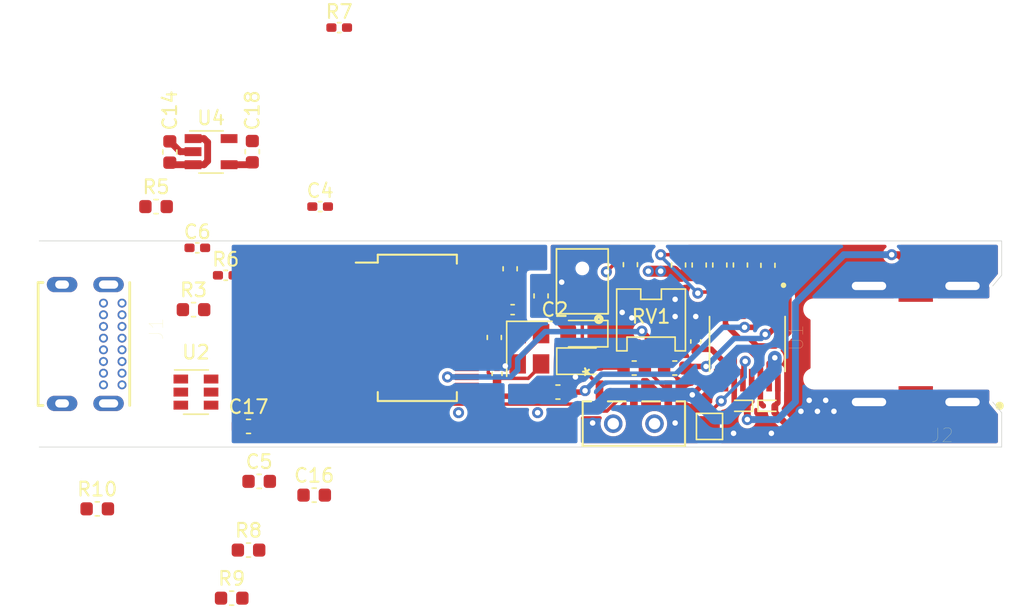
<source format=kicad_pcb>
(kicad_pcb (version 20171130) (host pcbnew 5.1.10)
  (layers (0 F.Cu signal) (31 B.Cu signal) (34 B.Paste user) (35 F.Paste user) (36 B.SilkS user) (37 F.SilkS user) (38 B.Mask user) (39 F.Mask user) (44 Edge.Cuts user))
  (net 0 "")
  (net 1 DAC_L)
  (net 2 "Net-(C1-Pad1)")
  (net 3 DAC_R)
  (net 4 "Net-(C2-Pad1)")
  (net 5 "Net-(C3-Pad2)")
  (net 6 "Net-(C3-Pad1)")
  (net 7 GND)
  (net 8 /DD_P)
  (net 9 +3V3)
  (net 10 /DD_N)
  (net 11 "Net-(C7-Pad2)")
  (net 12 "Net-(C8-Pad2)")
  (net 13 "Net-(C8-Pad1)")
  (net 14 "Net-(C11-Pad2)")
  (net 15 "Net-(C11-Pad1)")
  (net 16 "Net-(C12-Pad2)")
  (net 17 "Net-(C17-Pad2)")
  (net 18 "Net-(D1-Pad2)")
  (net 19 "Net-(D2-Pad2)")
  (net 20 "Net-(D3-Pad2)")
  (net 21 VSS)
  (net 22 "Net-(D4-Pad1)")
  (net 23 VCC)
  (net 24 "Net-(J1-PadA5)")
  (net 25 /UD_P)
  (net 26 /UD_N)
  (net 27 "Net-(J1-PadA8)")
  (net 28 "Net-(J1-PadB5)")
  (net 29 "Net-(J1-PadB8)")
  (net 30 "Net-(MK1-Pad5)")
  (net 31 "Net-(MK1-Pad1)")
  (net 32 "Net-(R1-Pad2)")
  (net 33 "Net-(R8-Pad1)")
  (net 34 "Net-(R9-Pad1)")
  (net 35 "Net-(R10-Pad1)")
  (net 36 "Net-(SW2-Pad2)")
  (net 37 "Net-(SW3-Pad2)")
  (net 38 "Net-(SW4-Pad2)")
  (net 39 "Net-(TP1-Pad1)")
  (net 40 "Net-(U2-Pad6)")
  (net 41 "Net-(U2-Pad4)")
  (net 42 "Net-(U3-Pad25)")
  (net 43 "Net-(U3-Pad24)")
  (net 44 "Net-(R2-Pad1)")
  (net 45 GNDA)
  (net 46 "Net-(U3-Pad28)")
  (module dac:SOP63P602X175-16N (layer F.Cu) (at 160.5 109 270)
    (fp_text reference U1 (at -0.46 -3.5595 90) (layer F.SilkS) (effects (font (thickness 0.015))))
    (fp_text value MAX13330GEEV hide)
    (pad 1 smd rect (at -2.635 -2.2225 270) (size 1.64 0.41) (layers F.Cu F.Paste F.Mask) (net 2 "Net-(C1-Pad1)"))
    (pad 2 smd rect (at -2.635 -1.5875 270) (size 1.64 0.41) (layers F.Cu F.Paste F.Mask) (net 45 GNDA))
    (pad 3 smd rect (at -2.635 -0.9525 270) (size 1.64 0.41) (layers F.Cu F.Paste F.Mask) (net 4 "Net-(C2-Pad1)"))
    (pad 4 smd rect (at -2.635 -0.3175 270) (size 1.64 0.41) (layers F.Cu F.Paste F.Mask) (net 45 GNDA))
    (pad 5 smd rect (at -2.635 0.3175 270) (size 1.64 0.41) (layers F.Cu F.Paste F.Mask) (net 23 VCC))
    (pad 6 smd rect (at -2.635 0.9525 270) (size 1.64 0.41) (layers F.Cu F.Paste F.Mask) (net 32 "Net-(R1-Pad2)"))
    (pad 7 smd rect (at -2.635 1.5875 270) (size 1.64 0.41) (layers F.Cu F.Paste F.Mask) (net 11 "Net-(C7-Pad2)"))
    (pad 8 smd rect (at -2.635 2.2225 270) (size 1.64 0.41) (layers F.Cu F.Paste F.Mask) (net 5 "Net-(C3-Pad2)"))
    (pad 9 smd rect (at 2.635 2.2225 270) (size 1.64 0.41) (layers F.Cu F.Paste F.Mask) (net 7 GND))
    (pad 10 smd rect (at 2.635 1.5875 270) (size 1.64 0.41) (layers F.Cu F.Paste F.Mask) (net 6 "Net-(C3-Pad1)"))
    (pad 11 smd rect (at 2.635 0.9525 270) (size 1.64 0.41) (layers F.Cu F.Paste F.Mask) (net 21 VSS))
    (pad 12 smd rect (at 2.635 0.3175 270) (size 1.64 0.41) (layers F.Cu F.Paste F.Mask) (net 39 "Net-(TP1-Pad1)"))
    (pad 13 smd rect (at 2.635 -0.3175 270) (size 1.64 0.41) (layers F.Cu F.Paste F.Mask) (net 22 "Net-(D4-Pad1)"))
    (pad 14 smd rect (at 2.635 -0.9525 270) (size 1.64 0.41) (layers F.Cu F.Paste F.Mask) (net 21 VSS))
    (pad 15 smd rect (at 2.635 -1.5875 270) (size 1.64 0.41) (layers F.Cu F.Paste F.Mask) (net 7 GND))
    (pad 16 smd rect (at 2.635 -2.2225 270) (size 1.64 0.41) (layers F.Cu F.Paste F.Mask) (net 20 "Net-(D3-Pad2)"))
  )
  (module Crystal:Crystal_SMD_3225-4Pin_3.2x2.5mm (layer F.Cu) (at 144.65 109.35 270)
    (fp_text reference Y1 hide)
    (fp_text value 12MHz hide)
    (pad 4 smd rect (at -1.1 -0.85 270) (size 1.4 1.2) (layers F.Cu F.Paste F.Mask) (net 7 GND))
    (pad 3 smd rect (at 1.1 -0.85 270) (size 1.4 1.2) (layers F.Cu F.Paste F.Mask) (net 16 "Net-(C12-Pad2)"))
    (pad 2 smd rect (at 1.1 0.85 270) (size 1.4 1.2) (layers F.Cu F.Paste F.Mask) (net 7 GND))
    (pad 1 smd rect (at -1.1 0.85 270) (size 1.4 1.2) (layers F.Cu F.Paste F.Mask) (net 14 "Net-(C11-Pad2)"))
  )
  (module Package_TO_SOT_SMD:TSOT-23-5 (layer F.Cu) (at 121.5 95)
    (fp_text reference U4 (at 0 -2.45) (layer F.SilkS))
    (fp_text value NCV8161ASN330T1G)
    (pad 5 smd rect (at 1.31 -0.95) (size 1.22 0.65) (layers F.Cu F.Paste F.Mask))
    (pad 4 smd rect (at 1.31 0.95) (size 1.22 0.65) (layers F.Cu F.Paste F.Mask) (net 9 +3V3))
    (pad 3 smd rect (at -1.31 0.95) (size 1.22 0.65) (layers F.Cu F.Paste F.Mask) (net 23 VCC))
    (pad 2 smd rect (at -1.31 0) (size 1.22 0.65) (layers F.Cu F.Paste F.Mask) (net 7 GND))
    (pad 1 smd rect (at -1.31 -0.95) (size 1.22 0.65) (layers F.Cu F.Paste F.Mask) (net 23 VCC))
  )
  (module Package_SO:SSOP-28_5.3x10.2mm_P0.65mm (layer F.Cu) (at 136.5 107.825)
    (fp_text reference U3 hide)
    (fp_text value PCM2903C_ordered hide)
    (pad 28 smd rect (at 3.6 -4.225) (size 1.75 0.45) (layers F.Cu F.Paste F.Mask) (net 46 "Net-(U3-Pad28)"))
    (pad 27 smd rect (at 3.6 -3.575) (size 1.75 0.45) (layers F.Cu F.Paste F.Mask) (net 9 +3V3))
    (pad 26 smd rect (at 3.6 -2.925) (size 1.75 0.45) (layers F.Cu F.Paste F.Mask) (net 7 GND))
    (pad 25 smd rect (at 3.6 -2.275) (size 1.75 0.45) (layers F.Cu F.Paste F.Mask) (net 42 "Net-(U3-Pad25)"))
    (pad 24 smd rect (at 3.6 -1.625) (size 1.75 0.45) (layers F.Cu F.Paste F.Mask) (net 43 "Net-(U3-Pad24)"))
    (pad 23 smd rect (at 3.6 -0.975) (size 1.75 0.45) (layers F.Cu F.Paste F.Mask) (net 9 +3V3))
    (pad 22 smd rect (at 3.6 -0.325) (size 1.75 0.45) (layers F.Cu F.Paste F.Mask) (net 45 GNDA))
    (pad 21 smd rect (at 3.6 0.325) (size 1.75 0.45) (layers F.Cu F.Paste F.Mask) (net 14 "Net-(C11-Pad2)"))
    (pad 20 smd rect (at 3.6 0.975) (size 1.75 0.45) (layers F.Cu F.Paste F.Mask) (net 16 "Net-(C12-Pad2)"))
    (pad 19 smd rect (at 3.6 1.625) (size 1.75 0.45) (layers F.Cu F.Paste F.Mask) (net 9 +3V3))
    (pad 18 smd rect (at 3.6 2.275) (size 1.75 0.45) (layers F.Cu F.Paste F.Mask) (net 45 GNDA))
    (pad 17 smd rect (at 3.6 2.925) (size 1.75 0.45) (layers F.Cu F.Paste F.Mask) (net 9 +3V3))
    (pad 16 smd rect (at 3.6 3.575) (size 1.75 0.45) (layers F.Cu F.Paste F.Mask) (net 1 DAC_L))
    (pad 15 smd rect (at 3.6 4.225) (size 1.75 0.45) (layers F.Cu F.Paste F.Mask) (net 3 DAC_R))
    (pad 14 smd rect (at -3.6 4.225) (size 1.75 0.45) (layers F.Cu F.Paste F.Mask) (net 17 "Net-(C17-Pad2)"))
    (pad 13 smd rect (at -3.6 3.575) (size 1.75 0.45) (layers F.Cu F.Paste F.Mask) (net 13 "Net-(C8-Pad1)"))
    (pad 12 smd rect (at -3.6 2.925) (size 1.75 0.45) (layers F.Cu F.Paste F.Mask) (net 13 "Net-(C8-Pad1)"))
    (pad 11 smd rect (at -3.6 2.275) (size 1.75 0.45) (layers F.Cu F.Paste F.Mask) (net 45 GNDA))
    (pad 10 smd rect (at -3.6 1.625) (size 1.75 0.45) (layers F.Cu F.Paste F.Mask) (net 9 +3V3))
    (pad 9 smd rect (at -3.6 0.975) (size 1.75 0.45) (layers F.Cu F.Paste F.Mask) (net 23 VCC))
    (pad 8 smd rect (at -3.6 0.325) (size 1.75 0.45) (layers F.Cu F.Paste F.Mask) (net 9 +3V3))
    (pad 7 smd rect (at -3.6 -0.325) (size 1.75 0.45) (layers F.Cu F.Paste F.Mask) (net 38 "Net-(SW4-Pad2)"))
    (pad 6 smd rect (at -3.6 -0.975) (size 1.75 0.45) (layers F.Cu F.Paste F.Mask) (net 37 "Net-(SW3-Pad2)"))
    (pad 5 smd rect (at -3.6 -1.625) (size 1.75 0.45) (layers F.Cu F.Paste F.Mask) (net 36 "Net-(SW2-Pad2)"))
    (pad 4 smd rect (at -3.6 -2.275) (size 1.75 0.45) (layers F.Cu F.Paste F.Mask) (net 7 GND))
    (pad 3 smd rect (at -3.6 -2.925) (size 1.75 0.45) (layers F.Cu F.Paste F.Mask) (net 9 +3V3))
    (pad 2 smd rect (at -3.6 -3.575) (size 1.75 0.45) (layers F.Cu F.Paste F.Mask) (net 10 /DD_N))
    (pad 1 smd rect (at -3.6 -4.225) (size 1.75 0.45) (layers F.Cu F.Paste F.Mask) (net 8 /DD_P))
  )
  (module Package_TO_SOT_SMD:SOT-23-6 (layer F.Cu) (at 120.4 112.5)
    (fp_text reference U2 (at 0 -2.9) (layer F.SilkS))
    (fp_text value SRV05-4)
    (pad 1 smd rect (at -1.1 -0.95) (size 1.06 0.65) (layers F.Cu F.Paste F.Mask) (net 25 /UD_P))
    (pad 2 smd rect (at -1.1 0) (size 1.06 0.65) (layers F.Cu F.Paste F.Mask) (net 7 GND))
    (pad 3 smd rect (at -1.1 0.95) (size 1.06 0.65) (layers F.Cu F.Paste F.Mask) (net 26 /UD_N))
    (pad 4 smd rect (at 1.1 0.95) (size 1.06 0.65) (layers F.Cu F.Paste F.Mask) (net 41 "Net-(U2-Pad4)"))
    (pad 6 smd rect (at 1.1 -0.95) (size 1.06 0.65) (layers F.Cu F.Paste F.Mask) (net 40 "Net-(U2-Pad6)"))
    (pad 5 smd rect (at 1.1 0) (size 1.06 0.65) (layers F.Cu F.Paste F.Mask) (net 23 VCC))
  )
  (module TestPoint:TestPoint_Pad_1.5x1.5mm (layer F.Cu) (at 157.75 115)
    (fp_text reference TP1 hide)
    (fp_text value diag)
    (pad 1 smd rect (at 0 0) (size 1.5 1.5) (layers F.Cu F.Mask) (net 39 "Net-(TP1-Pad1)"))
  )
  (module dac:EVQ-P7K01P (layer F.Cu) (at 133.7 113.5)
    (fp_text reference SW4 hide)
    (fp_text value "VOL DN")
    (pad 2 smd rect (at 1.8 2.175) (size 1.4 1.05) (layers F.Cu F.Paste F.Mask) (net 38 "Net-(SW4-Pad2)"))
    (pad 2 smd rect (at -1.8 2.175) (size 1.4 1.05) (layers F.Cu F.Paste F.Mask) (net 38 "Net-(SW4-Pad2)"))
    (pad 1 smd rect (at 1.8 0.725) (size 1.4 1.05) (layers F.Cu F.Paste F.Mask) (net 35 "Net-(R10-Pad1)"))
    (pad 1 smd rect (at -1.8 0.725) (size 1.4 1.05) (layers F.Cu F.Paste F.Mask) (net 35 "Net-(R10-Pad1)"))
  )
  (module dac:EVQ-P7K01P (layer F.Cu) (at 145.25 113.5)
    (fp_text reference SW3 hide)
    (fp_text value "VOL UP")
    (pad 2 smd rect (at 1.8 2.175) (size 1.4 1.05) (layers F.Cu F.Paste F.Mask) (net 37 "Net-(SW3-Pad2)"))
    (pad 2 smd rect (at -1.8 2.175) (size 1.4 1.05) (layers F.Cu F.Paste F.Mask) (net 37 "Net-(SW3-Pad2)"))
    (pad 1 smd rect (at 1.8 0.725) (size 1.4 1.05) (layers F.Cu F.Paste F.Mask) (net 34 "Net-(R9-Pad1)"))
    (pad 1 smd rect (at -1.8 0.725) (size 1.4 1.05) (layers F.Cu F.Paste F.Mask) (net 34 "Net-(R9-Pad1)"))
  )
  (module dac:EVQ-P7K01P (layer F.Cu) (at 139.45 113.5)
    (fp_text reference SW2 hide)
    (fp_text value MUTE)
    (pad 2 smd rect (at 1.8 2.175) (size 1.4 1.05) (layers F.Cu F.Paste F.Mask) (net 36 "Net-(SW2-Pad2)"))
    (pad 2 smd rect (at -1.8 2.175) (size 1.4 1.05) (layers F.Cu F.Paste F.Mask) (net 36 "Net-(SW2-Pad2)"))
    (pad 1 smd rect (at 1.8 0.725) (size 1.4 1.05) (layers F.Cu F.Paste F.Mask) (net 33 "Net-(R8-Pad1)"))
    (pad 1 smd rect (at -1.8 0.725) (size 1.4 1.05) (layers F.Cu F.Paste F.Mask) (net 33 "Net-(R8-Pad1)"))
  )
  (module dac:AYZ0102AGRLC (layer F.Cu) (at 152.25 114.8 90)
    (fp_text reference SW1 hide)
    (fp_text value mic_mute hide)
    (fp_text user * (at 3.7846 -3.1496 90) (layer F.SilkS))
    (fp_text user * (at 3.7846 -3.1496 90) (layer F.SilkS))
    (pad 5 thru_hole circle (at 0.0004 -1.5 90) (size 1.3462 1.3462) (drill 0.8382) (layers *.Cu *.Mask))
    (pad 4 thru_hole circle (at 0.0004 1.5 90) (size 1.3462 1.3462) (drill 0.8382) (layers *.Cu *.Mask))
    (pad 3 smd rect (at 2.1971 2.5 90) (size 1.905 0.5588) (layers F.Cu F.Paste F.Mask) (net 44 "Net-(R2-Pad1)"))
    (pad 2 smd rect (at 2.1971 0 90) (size 1.905 0.5588) (layers F.Cu F.Paste F.Mask) (net 9 +3V3))
    (pad 1 smd rect (at 2.1971 -2.5 90) (size 1.905 0.5588) (layers F.Cu F.Paste F.Mask) (net 30 "Net-(MK1-Pad5)"))
  )
  (module dac:ST-4EA (layer F.Cu) (at 153.5 107)
    (fp_text reference RV1 (at 0 0) (layer F.SilkS))
    (fp_text value R_POT_US)
    (pad 3 smd rect (at -1.175 2.25) (size 0.8 1.2) (layers F.Cu F.Paste F.Mask) (net 45 GNDA))
    (pad 1 smd rect (at 1.175 2.25) (size 0.8 1.2) (layers F.Cu F.Paste F.Mask) (net 31 "Net-(MK1-Pad1)"))
    (pad 2 smd rect (at 0 -2) (size 1.2 1.2) (layers F.Cu F.Paste F.Mask) (net 12 "Net-(C8-Pad2)"))
  )
  (module Capacitor_SMD:C_0603_1608Metric (layer F.Cu) (at 142.1 108.525 270)
    (fp_text reference R11 hide)
    (fp_text value 1M)
    (pad 2 smd roundrect (at 0.775 0 270) (size 0.9 0.95) (layers F.Cu F.Paste F.Mask) (net 16 "Net-(C12-Pad2)"))
    (pad 1 smd roundrect (at -0.775 0 270) (size 0.9 0.95) (layers F.Cu F.Paste F.Mask) (net 14 "Net-(C11-Pad2)"))
  )
  (module Capacitor_SMD:C_0603_1608Metric (layer F.Cu) (at 113.225 121)
    (fp_text reference R10 (at 0 -1.43) (layer F.SilkS))
    (fp_text value 10k)
    (pad 2 smd roundrect (at 0.775 0) (size 0.9 0.95) (layers F.Cu F.Paste F.Mask) (net 9 +3V3))
    (pad 1 smd roundrect (at -0.775 0) (size 0.9 0.95) (layers F.Cu F.Paste F.Mask) (net 35 "Net-(R10-Pad1)"))
  )
  (module Capacitor_SMD:C_0603_1608Metric (layer F.Cu) (at 123 127.5)
    (fp_text reference R9 (at 0 -1.43) (layer F.SilkS))
    (fp_text value 10k)
    (pad 2 smd roundrect (at 0.775 0) (size 0.9 0.95) (layers F.Cu F.Paste F.Mask) (net 9 +3V3))
    (pad 1 smd roundrect (at -0.775 0) (size 0.9 0.95) (layers F.Cu F.Paste F.Mask) (net 34 "Net-(R9-Pad1)"))
  )
  (module Capacitor_SMD:C_0603_1608Metric (layer F.Cu) (at 124.225 124)
    (fp_text reference R8 (at 0 -1.43) (layer F.SilkS))
    (fp_text value 10k)
    (pad 2 smd roundrect (at 0.775 0) (size 0.9 0.95) (layers F.Cu F.Paste F.Mask) (net 9 +3V3))
    (pad 1 smd roundrect (at -0.775 0) (size 0.9 0.95) (layers F.Cu F.Paste F.Mask) (net 33 "Net-(R8-Pad1)"))
  )
  (module Capacitor_SMD:C_0402_1005Metric_Pad0.74x0.62mm_HandSolder (layer F.Cu) (at 130.82 85.97)
    (fp_text reference R7 (at 0 -1.16) (layer F.SilkS))
    (fp_text value 22)
    (pad 2 smd roundrect (at 0.5675 0) (size 0.735 0.62) (layers F.Cu F.Paste F.Mask) (net 26 /UD_N))
    (pad 1 smd roundrect (at -0.5675 0) (size 0.735 0.62) (layers F.Cu F.Paste F.Mask) (net 10 /DD_N))
  )
  (module Capacitor_SMD:C_0402_1005Metric_Pad0.74x0.62mm_HandSolder (layer F.Cu) (at 122.5675 104)
    (fp_text reference R6 (at 0 -1.16) (layer F.SilkS))
    (fp_text value 22)
    (pad 2 smd roundrect (at 0.5675 0) (size 0.735 0.62) (layers F.Cu F.Paste F.Mask) (net 25 /UD_P))
    (pad 1 smd roundrect (at -0.5675 0) (size 0.735 0.62) (layers F.Cu F.Paste F.Mask) (net 8 /DD_P))
  )
  (module Capacitor_SMD:C_0603_1608Metric (layer F.Cu) (at 117.5 99)
    (fp_text reference R5 (at 0 -1.43) (layer F.SilkS))
    (fp_text value 5.1k)
    (pad 2 smd roundrect (at 0.775 0) (size 0.9 0.95) (layers F.Cu F.Paste F.Mask) (net 7 GND))
    (pad 1 smd roundrect (at -0.775 0) (size 0.9 0.95) (layers F.Cu F.Paste F.Mask) (net 24 "Net-(J1-PadA5)"))
  )
  (module Capacitor_SMD:C_0603_1608Metric (layer F.Cu) (at 145.5 105.5 90)
    (fp_text reference R4 hide)
    (fp_text value 165R)
    (pad 2 smd roundrect (at 0.775 0 90) (size 0.9 0.95) (layers F.Cu F.Paste F.Mask) (net 30 "Net-(MK1-Pad5)"))
    (pad 1 smd roundrect (at -0.775 0 90) (size 0.9 0.95) (layers F.Cu F.Paste F.Mask) (net 18 "Net-(D1-Pad2)"))
  )
  (module Capacitor_SMD:C_0603_1608Metric (layer F.Cu) (at 120.225 106.5)
    (fp_text reference R3 (at 0 -1.43) (layer F.SilkS))
    (fp_text value 5.1k)
    (pad 2 smd roundrect (at 0.775 0) (size 0.9 0.95) (layers F.Cu F.Paste F.Mask) (net 7 GND))
    (pad 1 smd roundrect (at -0.775 0) (size 0.9 0.95) (layers F.Cu F.Paste F.Mask) (net 28 "Net-(J1-PadB5)"))
  )
  (module Capacitor_SMD:C_0603_1608Metric (layer F.Cu) (at 152.275 110.75 180)
    (fp_text reference R2 hide)
    (fp_text value 165R)
    (pad 2 smd roundrect (at 0.775 0 180) (size 0.9 0.95) (layers F.Cu F.Paste F.Mask) (net 19 "Net-(D2-Pad2)"))
    (pad 1 smd roundrect (at -0.775 0 180) (size 0.9 0.95) (layers F.Cu F.Paste F.Mask) (net 44 "Net-(R2-Pad1)"))
  )
  (module Capacitor_SMD:C_0603_1608Metric (layer F.Cu) (at 155.5 103.25 90)
    (fp_text reference R1 hide)
    (fp_text value 10k)
    (pad 2 smd roundrect (at 0.775 0 90) (size 0.9 0.95) (layers F.Cu F.Paste F.Mask) (net 32 "Net-(R1-Pad2)"))
    (pad 1 smd roundrect (at -0.775 0 90) (size 0.9 0.95) (layers F.Cu F.Paste F.Mask) (net 23 VCC))
  )
  (module dac:MIC_ICS-40300 (layer F.Cu) (at 148.5 103.5 180)
    (fp_text reference MK1 hide)
    (fp_text value ICS-40300)
    (fp_poly (pts (xy -0.01 -0.84) (xy -0.01 -0.55) (xy -0.02 -0.55) (xy -0.047675 -0.548777) (xy -0.075821 -0.546067) (xy -0.103786 -0.541887) (xy -0.131494 -0.53625) (xy -0.15887 -0.52917) (xy -0.185837 -0.520668) (xy -0.212322 -0.510765) (xy -0.238253 -0.49949) (xy -0.263558 -0.486873) (xy -0.288168 -0.47295) (xy -0.312016 -0.457757) (xy -0.335036 -0.441337) (xy -0.357165 -0.423735) (xy -0.378342 -0.404999) (xy -0.39851 -0.38518) (xy -0.417613 -0.364333) (xy -0.435599 -0.342514) (xy -0.452418 -0.319784) (xy -0.468024 -0.296205) (xy -0.482376 -0.271842) (xy -0.495432 -0.246761) (xy -0.507158 -0.221031) (xy -0.517521 -0.194723) (xy -0.526493 -0.167908) (xy -0.53405 -0.14066) (xy -0.54017 -0.113055) (xy -0.544836 -0.085166) (xy -0.548037 -0.057072) (xy -0.549764 -0.028849) (xy -0.55 0) (xy -0.549246 0.028785) (xy -0.546987 0.057491) (xy -0.543229 0.086039) (xy -0.537981 0.114351) (xy -0.531259 0.14235) (xy -0.523081 0.169959) (xy -0.513469 0.197102) (xy -0.50245 0.223705) (xy -0.490054 0.249695) (xy -0.476314 0.275) (xy -0.461269 0.299551) (xy -0.444959 0.323282) (xy -0.42743 0.346126) (xy -0.40873 0.368022) (xy -0.388909 0.388909) (xy -0.368022 0.40873) (xy -0.346126 0.42743) (xy -0.323282 0.444959) (xy -0.299551 0.461269) (xy -0.275 0.476314) (xy -0.249695 0.490054) (xy -0.223705 0.50245) (xy -0.197102 0.513469) (xy -0.169959 0.523081) (xy -0.14235 0.531259) (xy -0.114351 0.537981) (xy -0.086039 0.543229) (xy -0.057491 0.546987) (xy -0.028785 0.549246) (xy 0 0.55) (xy 0.033716 0.548671) (xy 0.06264 0.545885) (xy 0.091379 0.54159) (xy 0.119853 0.535797) (xy 0.147985 0.528522) (xy 0.175698 0.519784) (xy 0.202915 0.509608) (xy 0.229563 0.498021) (xy 0.255567 0.485056) (xy 0.280858 0.470747) (xy 0.305365 0.455135) (xy 0.329021 0.438261) (xy 0.351762 0.420172) (xy 0.373524 0.400918) (xy 0.39425 0.380551) (xy 0.413881 0.359128) (xy 0.432364 0.336706) (xy 0.449648 0.313348) (xy 0.465686 0.289117) (xy 0.480434 0.26408) (xy 0.493851 0.238306) (xy 0.505901 0.211865) (xy 0.516551 0.184829) (xy 0.525771 0.157273) (xy 0.533536 0.129272) (xy 0.539825 0.100903) (xy 0.544621 0.072244) (xy 0.54791 0.043373) (xy 0.549684 0.01437) (xy 0.55 -0.01) (xy 0.54926 -0.038261) (xy 0.547042 -0.066445) (xy 0.543352 -0.094475) (xy 0.5382 -0.122272) (xy 0.5316 -0.149762) (xy 0.523571 -0.176869) (xy 0.514133 -0.203519) (xy 0.503315 -0.229638) (xy 0.491144 -0.255155) (xy 0.477654 -0.28) (xy 0.462882 -0.304105) (xy 0.446869 -0.327404) (xy 0.429659 -0.349833) (xy 0.411298 -0.371331) (xy 0.391838 -0.391838) (xy 0.371331 -0.411298) (xy 0.349833 -0.429659) (xy 0.327404 -0.446869) (xy 0.304105 -0.462882) (xy 0.28 -0.477654) (xy 0.255155 -0.491144) (xy 0.229638 -0.503315) (xy 0.203519 -0.514133) (xy 0.176869 -0.523571) (xy 0.149762 -0.5316) (xy 0.122272 -0.5382) (xy 0.094475 -0.543352) (xy 0.066445 -0.547042) (xy 0.038261 -0.54926) (xy 0.01 -0.55) (xy 0.01 -0.84) (xy 0.058178 -0.838884) (xy 0.101238 -0.835496) (xy 0.144061 -0.829858) (xy 0.18653 -0.821987) (xy 0.22853 -0.811903) (xy 0.269944 -0.799636) (xy 0.310659 -0.785218) (xy 0.350564 -0.768689) (xy 0.389549 -0.750094) (xy 0.427508 -0.729484) (xy 0.464335 -0.706916) (xy 0.499932 -0.682451) (xy 0.534199 -0.656157) (xy 0.567043 -0.628106) (xy 0.598374 -0.598374) (xy 0.628106 -0.567043) (xy 0.656157 -0.534199) (xy 0.682451 -0.499932) (xy 0.706916 -0.464335) (xy 0.729484 -0.427508) (xy 0.750094 -0.389549) (xy 0.768689 -0.350564) (xy 0.785218 -0.310659) (xy 0.799636 -0.269944) (xy 0.811903 -0.22853) (xy 0.821987 -0.18653) (xy 0.829858 -0.144061) (xy 0.835496 -0.101238) (xy 0.838884 -0.058178) (xy 0.84 -0.02) (xy 0.84 0.01) (xy 0.838863 0.053439) (xy 0.835453 0.096759) (xy 0.829781 0.139841) (xy 0.821863 0.182567) (xy 0.811718 0.22482) (xy 0.799377 0.266484) (xy 0.784872 0.307445) (xy 0.768243 0.347591) (xy 0.749535 0.386812) (xy 0.728801 0.425) (xy 0.706097 0.46205) (xy 0.681484 0.497862) (xy 0.655031 0.532336) (xy 0.62681 0.565378) (xy 0.596899 0.596899) (xy 0.565378 0.62681) (xy 0.532336 0.655031) (xy 0.497862 0.681484) (xy 0.46205 0.706097) (xy 0.425 0.728801) (xy 0.386812 0.749535) (xy 0.347591 0.768243) (xy 0.307445 0.784872) (xy 0.266484 0.799377) (xy 0.22482 0.811718) (xy 0.182567 0.821863) (xy 0.139841 0.829781) (xy 0.096759 0.835453) (xy 0.053439 0.838863) (xy 0.01 0.84) (xy -0.034486 0.838835) (xy -0.078849 0.835344) (xy -0.122969 0.829535) (xy -0.166725 0.821425) (xy -0.209996 0.811037) (xy -0.252664 0.798398) (xy -0.294613 0.783543) (xy -0.335726 0.766514) (xy -0.375892 0.747356) (xy -0.415 0.726122) (xy -0.452943 0.70287) (xy -0.489617 0.677664) (xy -0.524922 0.650574) (xy -0.558761 0.621673) (xy -0.591041 0.591041) (xy -0.621673 0.558761) (xy -0.650574 0.524922) (xy -0.677664 0.489617) (xy -0.70287 0.452943) (xy -0.726122 0.415) (xy -0.747356 0.375892) (xy -0.766514 0.335726) (xy -0.783543 0.294613) (xy -0.798398 0.252664) (xy -0.811037 0.209996) (xy -0.821425 0.166725) (xy -0.829535 0.122969) (xy -0.835344 0.078849) (xy -0.838835 0.034486) (xy -0.84 -0.01) (xy -0.84 -0.02) (xy -0.838884 -0.058178) (xy -0.835496 -0.101238) (xy -0.829858 -0.144061) (xy -0.821987 -0.18653) (xy -0.811903 -0.22853) (xy -0.799636 -0.269944) (xy -0.785218 -0.310659) (xy -0.768689 -0.350564) (xy -0.750094 -0.389549) (xy -0.729484 -0.427508) (xy -0.706916 -0.464335) (xy -0.682451 -0.499932) (xy -0.656157 -0.534199) (xy -0.628106 -0.567043) (xy -0.598374 -0.598374) (xy -0.567043 -0.628106) (xy -0.534199 -0.656157) (xy -0.499932 -0.682451) (xy -0.464335 -0.706916) (xy -0.427508 -0.729484) (xy -0.389549 -0.750094) (xy -0.350564 -0.768689) (xy -0.310659 -0.785218) (xy -0.269944 -0.799636) (xy -0.22853 -0.811903) (xy -0.18653 -0.821987) (xy -0.144061 -0.829858) (xy -0.101238 -0.835496) (xy -0.058178 -0.838884) (xy -0.01 -0.84)) (layer F.Cu) (width 0.001))
    (pad 5 smd circle (at 1.2 -2.62 180) (size 0.9 0.9) (layers F.Cu F.Mask) (net 30 "Net-(MK1-Pad5)"))
    (pad 6 smd circle (at 0 -2.62 180) (size 0.9 0.9) (layers F.Cu F.Mask) (net 45 GNDA))
    (pad 1 smd circle (at -1.2 -2.62 180) (size 0.9 0.9) (layers F.Cu F.Mask) (net 31 "Net-(MK1-Pad1)"))
    (pad 4 smd circle (at 1.27 0.79 180) (size 0.7 0.7) (layers F.Cu F.Mask) (net 45 GNDA))
    (pad 2 smd circle (at -1.27 0.79 180) (size 0.7 0.7) (layers F.Cu F.Mask) (net 45 GNDA))
    (pad 3 smd circle (at 0 0.69 180) (size 0.1 0.1) (layers F.Cu) (net 45 GNDA))
    (pad None np_thru_hole circle (at 0 0 180) (size 0.5 0.5) (drill 0.5) (layers *.Cu *.Mask))
  )
  (module dac:CUI_SJ-3502-SMT (layer F.Cu) (at 172 109 180)
    (fp_text reference J2 (at -2.67897 -6.64483) (layer F.SilkS) (effects (font (size 1.00148 1.00148) (thickness 0.015))))
    (fp_text value SJ-3502-SMT)
    (fp_arc (start 6.65 2.535) (end 6.65 2) (angle 180) (layer Edge.Cuts) (width 0.0001))
    (fp_arc (start 6.65 -2.535) (end 6.65 -2) (angle -180) (layer Edge.Cuts) (width 0.0001))
    (fp_line (start -6.35 -3.07) (end 6.65 -3.07) (layer Edge.Cuts) (width 0.0001))
    (fp_line (start -6.35 3.07) (end 6.65 3.07) (layer Edge.Cuts) (width 0.0001))
    (fp_line (start 6.65 -2) (end 6.65 2) (layer Edge.Cuts) (width 0.0001))
    (fp_line (start -6.35 -3.07) (end -6.35 -4.225) (layer Edge.Cuts) (width 0.0001))
    (fp_line (start -6.35 3.07) (end -6.35 4.225) (layer Edge.Cuts) (width 0.0001))
    (pad 1_4 thru_hole oval (at -4.15 4.225 180) (size 3.2 1.6) (drill oval 2.5 0.6) (layers *.Cu *.Mask) (net 45 GNDA))
    (pad 1_1 thru_hole oval (at 2.65 -4.225 180) (size 3.2 1.6) (drill oval 2.5 0.6) (layers *.Cu *.Mask) (net 45 GNDA))
    (pad 1_3 thru_hole oval (at -4.15 -4.225 180) (size 3.2 1.6) (drill oval 2.5 0.6) (layers *.Cu *.Mask) (net 45 GNDA))
    (pad 1_2 thru_hole oval (at 2.65 4.225 180) (size 3.2 1.6) (drill oval 2.5 0.6) (layers *.Cu *.Mask) (net 45 GNDA))
    (pad 3 smd rect (at -0.75 4.285 180) (size 2.5 2.43) (layers F.Cu F.Paste F.Mask) (net 22 "Net-(D4-Pad1)"))
    (pad 2 smd rect (at -0.75 -4.285 180) (size 2.5 2.43) (layers F.Cu F.Paste F.Mask) (net 20 "Net-(D3-Pad2)"))
  )
  (module dac:GCT_USB4085 (layer F.Cu) (at 111 109 270)
    (fp_text reference J1 (at -1.097425 -6.515415 90) (layer F.SilkS) (effects (font (size 1.00015 1.00015) (thickness 0.015))))
    (fp_text value USB_C_Receptacle_USB2.0)
    (pad S1 thru_hole oval (at -4.325 0.335 270) (size 1.108 2.216) (drill oval 0.6 1) (layers *.Cu *.Mask) (net 7 GND))
    (pad S1 thru_hole oval (at 4.325 0.335 270) (size 1.108 2.216) (drill oval 0.6 1) (layers *.Cu *.Mask) (net 7 GND))
    (pad S1 thru_hole oval (at 4.325 -3.045 270) (size 1.108 2.216) (drill oval 0.6 1.4) (layers *.Cu *.Mask) (net 7 GND))
    (pad S1 thru_hole oval (at -4.325 -3.045 270) (size 1.108 2.216) (drill oval 0.6 1.4) (layers *.Cu *.Mask) (net 7 GND))
    (pad B12 thru_hole circle (at -2.975 -2.675 270) (size 0.65 0.65) (drill 0.4) (layers *.Cu *.Mask) (net 7 GND))
    (pad B9 thru_hole circle (at -2.125 -2.675 270) (size 0.65 0.65) (drill 0.4) (layers *.Cu *.Mask) (net 23 VCC))
    (pad B8 thru_hole circle (at -1.275 -2.675 270) (size 0.65 0.65) (drill 0.4) (layers *.Cu *.Mask) (net 29 "Net-(J1-PadB8)"))
    (pad B7 thru_hole circle (at -0.425 -2.675 270) (size 0.65 0.65) (drill 0.4) (layers *.Cu *.Mask) (net 26 /UD_N))
    (pad B6 thru_hole circle (at 0.425 -2.675 270) (size 0.65 0.65) (drill 0.4) (layers *.Cu *.Mask) (net 25 /UD_P))
    (pad B5 thru_hole circle (at 1.275 -2.675 270) (size 0.65 0.65) (drill 0.4) (layers *.Cu *.Mask) (net 28 "Net-(J1-PadB5)"))
    (pad B4 thru_hole circle (at 2.125 -2.675 270) (size 0.65 0.65) (drill 0.4) (layers *.Cu *.Mask) (net 23 VCC))
    (pad B1 thru_hole circle (at 2.975 -2.675 270) (size 0.65 0.65) (drill 0.4) (layers *.Cu *.Mask) (net 7 GND))
    (pad A12 thru_hole circle (at 2.975 -4.025 270) (size 0.65 0.65) (drill 0.4) (layers *.Cu *.Mask) (net 7 GND))
    (pad A9 thru_hole circle (at 2.125 -4.025 270) (size 0.65 0.65) (drill 0.4) (layers *.Cu *.Mask) (net 23 VCC))
    (pad A8 thru_hole circle (at 1.275 -4.025 270) (size 0.65 0.65) (drill 0.4) (layers *.Cu *.Mask) (net 27 "Net-(J1-PadA8)"))
    (pad A7 thru_hole circle (at 0.425 -4.025 270) (size 0.65 0.65) (drill 0.4) (layers *.Cu *.Mask) (net 26 /UD_N))
    (pad A6 thru_hole circle (at -0.425 -4.025 270) (size 0.65 0.65) (drill 0.4) (layers *.Cu *.Mask) (net 25 /UD_P))
    (pad A5 thru_hole circle (at -1.275 -4.025 270) (size 0.65 0.65) (drill 0.4) (layers *.Cu *.Mask) (net 24 "Net-(J1-PadA5)"))
    (pad A4 thru_hole circle (at -2.125 -4.025 270) (size 0.65 0.65) (drill 0.4) (layers *.Cu *.Mask) (net 23 VCC))
    (pad A1 thru_hole circle (at -2.975 -4.025 270) (size 0.65 0.65) (drill 0.4) (layers *.Cu *.Mask) (net 7 GND))
  )
  (module Diode_SMD:D_SOD-923 (layer F.Cu) (at 160.08 113.5 180)
    (fp_text reference D4 hide)
    (fp_text value ESD9B5.0ST5G)
    (pad 2 smd rect (at 0.42 0) (size 0.36 0.25) (layers F.Cu F.Paste F.Mask) (net 21 VSS))
    (pad 1 smd rect (at -0.42 0) (size 0.36 0.25) (layers F.Cu F.Paste F.Mask) (net 22 "Net-(D4-Pad1)"))
  )
  (module Diode_SMD:D_SOD-923 (layer F.Cu) (at 162.08 113.5)
    (fp_text reference D3 hide)
    (fp_text value ESD9B5.0ST5G)
    (pad 2 smd rect (at 0.42 0 180) (size 0.36 0.25) (layers F.Cu F.Paste F.Mask) (net 20 "Net-(D3-Pad2)"))
    (pad 1 smd rect (at -0.42 0 180) (size 0.36 0.25) (layers F.Cu F.Paste F.Mask) (net 21 VSS))
  )
  (module LED_SMD:LED_0805_2012Metric_Pad1.15x1.40mm_HandSolder (layer F.Cu) (at 148.5 110.25)
    (fp_text reference D2 hide)
    (fp_text value RLED)
    (pad 2 smd roundrect (at 1.025 0) (size 1.15 1.4) (layers F.Cu F.Paste F.Mask) (roundrect_rratio 0.217391) (net 19 "Net-(D2-Pad2)"))
    (pad 1 smd roundrect (at -1.025 0) (size 1.15 1.4) (layers F.Cu F.Paste F.Mask) (roundrect_rratio 0.217391) (net 45 GNDA))
  )
  (module LED_SMD:LED_0805_2012Metric_Pad1.15x1.40mm_HandSolder (layer F.Cu) (at 148.5 108.25 180)
    (fp_text reference D1 hide)
    (fp_text value GLED)
    (pad 2 smd roundrect (at 1.025 0 180) (size 1.15 1.4) (layers F.Cu F.Paste F.Mask) (roundrect_rratio 0.217391) (net 18 "Net-(D1-Pad2)"))
    (pad 1 smd roundrect (at -1.025 0 180) (size 1.15 1.4) (layers F.Cu F.Paste F.Mask) (roundrect_rratio 0.217391) (net 45 GNDA))
  )
  (module Capacitor_SMD:C_0603_1608Metric (layer F.Cu) (at 124.5 95 90)
    (fp_text reference C18 (at 3 0 90) (layer F.SilkS))
    (fp_text value 10uF)
    (pad 2 smd roundrect (at 0.775 0 90) (size 0.9 0.95) (layers F.Cu F.Paste F.Mask) (net 7 GND))
    (pad 1 smd roundrect (at -0.775 0 90) (size 0.9 0.95) (layers F.Cu F.Paste F.Mask) (net 9 +3V3))
  )
  (module Capacitor_SMD:C_0603_1608Metric (layer F.Cu) (at 124.225 115)
    (fp_text reference C17 (at 0 -1.43) (layer F.SilkS))
    (fp_text value 10uF)
    (pad 2 smd roundrect (at 0.775 0) (size 0.9 0.95) (layers F.Cu F.Paste F.Mask) (net 17 "Net-(C17-Pad2)"))
    (pad 1 smd roundrect (at -0.775 0) (size 0.9 0.95) (layers F.Cu F.Paste F.Mask) (net 7 GND))
  )
  (module Capacitor_SMD:C_0603_1608Metric (layer F.Cu) (at 129 120)
    (fp_text reference C16 (at 0 -1.43) (layer F.SilkS))
    (fp_text value 10uF)
    (pad 2 smd roundrect (at 0.775 0) (size 0.9 0.95) (layers F.Cu F.Paste F.Mask) (net 9 +3V3))
    (pad 1 smd roundrect (at -0.775 0) (size 0.9 0.95) (layers F.Cu F.Paste F.Mask) (net 7 GND))
  )
  (module Capacitor_SMD:C_0603_1608Metric (layer F.Cu) (at 143.25 103.525 270)
    (fp_text reference C15 hide)
    (fp_text value 10uF)
    (pad 2 smd roundrect (at 0.775 0 270) (size 0.9 0.95) (layers F.Cu F.Paste F.Mask) (net 9 +3V3))
    (pad 1 smd roundrect (at -0.775 0 270) (size 0.9 0.95) (layers F.Cu F.Paste F.Mask) (net 7 GND))
  )
  (module Capacitor_SMD:C_0603_1608Metric (layer F.Cu) (at 118.5 95.025 270)
    (fp_text reference C14 (at -3.025 0 90) (layer F.SilkS))
    (fp_text value 10uF)
    (pad 2 smd roundrect (at 0.775 0 270) (size 0.9 0.95) (layers F.Cu F.Paste F.Mask) (net 23 VCC))
    (pad 1 smd roundrect (at -0.775 0 270) (size 0.9 0.95) (layers F.Cu F.Paste F.Mask) (net 45 GNDA))
  )
  (module Capacitor_SMD:C_0603_1608Metric (layer F.Cu) (at 157 103.25 270)
    (fp_text reference C13 hide)
    (fp_text value 10uF)
    (pad 2 smd roundrect (at 0.775 0 270) (size 0.9 0.95) (layers F.Cu F.Paste F.Mask) (net 23 VCC))
    (pad 1 smd roundrect (at -0.775 0 270) (size 0.9 0.95) (layers F.Cu F.Paste F.Mask) (net 45 GNDA))
  )
  (module Capacitor_SMD:C_0402_1005Metric_Pad0.74x0.62mm_HandSolder (layer F.Cu) (at 142.3 111.1675 270)
    (fp_text reference C12 hide)
    (fp_text value 16pF)
    (pad 2 smd roundrect (at 0.5675 0 270) (size 0.735 0.62) (layers F.Cu F.Paste F.Mask) (net 16 "Net-(C12-Pad2)"))
    (pad 1 smd roundrect (at -0.5675 0 270) (size 0.735 0.62) (layers F.Cu F.Paste F.Mask) (net 7 GND))
  )
  (module Capacitor_SMD:C_0402_1005Metric_Pad0.74x0.62mm_HandSolder (layer F.Cu) (at 143.4325 106.5 180)
    (fp_text reference C11 hide)
    (fp_text value 16pF)
    (pad 2 smd roundrect (at 0.5675 0 180) (size 0.735 0.62) (layers F.Cu F.Paste F.Mask) (net 14 "Net-(C11-Pad2)"))
    (pad 1 smd roundrect (at -0.5675 0 180) (size 0.735 0.62) (layers F.Cu F.Paste F.Mask) (net 7 GND))
  )
  (module Capacitor_SMD:C_0603_1608Metric (layer F.Cu) (at 158.5 103.25 270)
    (fp_text reference C10 hide)
    (fp_text value 10uF)
    (pad 2 smd roundrect (at 0.775 0 270) (size 0.9 0.95) (layers F.Cu F.Paste F.Mask) (net 23 VCC))
    (pad 1 smd roundrect (at -0.775 0 270) (size 0.9 0.95) (layers F.Cu F.Paste F.Mask) (net 45 GNDA))
  )
  (module Capacitor_SMD:C_0603_1608Metric (layer F.Cu) (at 160 103.25 270)
    (fp_text reference C9 hide)
    (fp_text value 10uF)
    (pad 2 smd roundrect (at 0.775 0 270) (size 0.9 0.95) (layers F.Cu F.Paste F.Mask) (net 23 VCC))
    (pad 1 smd roundrect (at -0.775 0 270) (size 0.9 0.95) (layers F.Cu F.Paste F.Mask) (net 45 GNDA))
  )
  (module Capacitor_SMD:C_0603_1608Metric (layer F.Cu) (at 152 103.225 270)
    (fp_text reference C8 hide)
    (fp_text value 10uF)
    (pad 2 smd roundrect (at 0.775 0 270) (size 0.9 0.95) (layers F.Cu F.Paste F.Mask) (net 12 "Net-(C8-Pad2)"))
    (pad 1 smd roundrect (at -0.775 0 270) (size 0.9 0.95) (layers F.Cu F.Paste F.Mask) (net 13 "Net-(C8-Pad1)"))
  )
  (module Capacitor_SMD:C_0603_1608Metric (layer F.Cu) (at 162 103.275 270)
    (fp_text reference C7 hide)
    (fp_text value 10uF)
    (pad 2 smd roundrect (at 0.775 0 270) (size 0.9 0.95) (layers F.Cu F.Paste F.Mask) (net 11 "Net-(C7-Pad2)"))
    (pad 1 smd roundrect (at -0.775 0 270) (size 0.9 0.95) (layers F.Cu F.Paste F.Mask) (net 45 GNDA))
  )
  (module Capacitor_SMD:C_0402_1005Metric_Pad0.74x0.62mm_HandSolder (layer F.Cu) (at 120.5 102)
    (fp_text reference C6 (at 0 -1.16) (layer F.SilkS))
    (fp_text value 47pF)
    (pad 2 smd roundrect (at 0.5675 0) (size 0.735 0.62) (layers F.Cu F.Paste F.Mask) (net 7 GND))
    (pad 1 smd roundrect (at -0.5675 0) (size 0.735 0.62) (layers F.Cu F.Paste F.Mask) (net 10 /DD_N))
  )
  (module Capacitor_SMD:C_0603_1608Metric (layer F.Cu) (at 125 119)
    (fp_text reference C5 (at 0 -1.43) (layer F.SilkS))
    (fp_text value 10uF)
    (pad 2 smd roundrect (at 0.775 0) (size 0.9 0.95) (layers F.Cu F.Paste F.Mask) (net 23 VCC))
    (pad 1 smd roundrect (at -0.775 0) (size 0.9 0.95) (layers F.Cu F.Paste F.Mask) (net 45 GNDA))
  )
  (module Capacitor_SMD:C_0402_1005Metric_Pad0.74x0.62mm_HandSolder (layer F.Cu) (at 129.4325 99)
    (fp_text reference C4 (at 0 -1.16) (layer F.SilkS))
    (fp_text value 47pF)
    (pad 2 smd roundrect (at 0.5675 0) (size 0.735 0.62) (layers F.Cu F.Paste F.Mask) (net 7 GND))
    (pad 1 smd roundrect (at -0.5675 0) (size 0.735 0.62) (layers F.Cu F.Paste F.Mask) (net 8 /DD_P))
  )
  (module Capacitor_SMD:C_0402_1005Metric_Pad0.74x0.62mm_HandSolder (layer F.Cu) (at 156.75 108.8175 90)
    (fp_text reference C3 hide)
    (fp_text value 1uF)
    (pad 2 smd roundrect (at 0.5675 0 90) (size 0.735 0.62) (layers F.Cu F.Paste F.Mask) (net 5 "Net-(C3-Pad2)"))
    (pad 1 smd roundrect (at -0.5675 0 90) (size 0.735 0.62) (layers F.Cu F.Paste F.Mask) (net 6 "Net-(C3-Pad1)"))
  )
  (module Capacitor_SMD:C_0603_1608Metric (layer F.Cu) (at 146.725 112.5 180)
    (fp_text reference C2 (at 0.225 6) (layer F.SilkS))
    (fp_text value 10uF hide)
    (pad 2 smd roundrect (at 0.775 0 180) (size 0.9 0.95) (layers F.Cu F.Paste F.Mask) (net 3 DAC_R))
    (pad 1 smd roundrect (at -0.775 0 180) (size 0.9 0.95) (layers F.Cu F.Paste F.Mask) (net 4 "Net-(C2-Pad1)"))
  )
  (module Capacitor_SMD:C_0603_1608Metric (layer F.Cu) (at 155.225 110.75 180)
    (fp_text reference C1 hide)
    (fp_text value 10uF hide)
    (pad 2 smd roundrect (at 0.775 0 180) (size 0.9 0.95) (layers F.Cu F.Paste F.Mask) (net 1 DAC_L))
    (pad 1 smd roundrect (at -0.775 0 180) (size 0.9 0.95) (layers F.Cu F.Paste F.Mask) (net 2 "Net-(C1-Pad1)"))
  )
  (gr_line (start 109 116.5) (end 179 116.5) (layer Edge.Cuts) (width 0.05))
  (gr_line (start 179 101.5) (end 109 101.5) (layer Edge.Cuts) (width 0.05))
  (gr_line (start 179 104) (end 179 101.5) (layer Edge.Cuts) (width 0.05))
  (gr_line (start 179 114) (end 179 116.5) (layer Edge.Cuts) (width 0.05))
  (gr_line (start 178.35 113.225) (end 179 114) (layer Edge.Cuts) (width 0.05))
  (gr_line (start 178.35 104.775) (end 179 104) (layer Edge.Cuts) (width 0.05))
  (via (at 142.9 110.6) (size 0.8) (drill 0.4) (layers F.Cu B.Cu) (net 7))
  (via (at 155.25 105.75) (size 0.8) (drill 0.4) (layers F.Cu B.Cu) (net 45))
  (via (at 156.75 107) (size 0.8) (drill 0.4) (layers F.Cu B.Cu) (net 45))
  (via (at 155.25 107) (size 0.8) (drill 0.4) (layers F.Cu B.Cu) (net 45))
  (segment (start 153.233161 108.459817) (end 152.833162 108.059818) (width 0.4) (layer F.Cu) (net 1))
  (segment (start 154.45 110.75) (end 153.233161 109.533161) (width 0.4) (layer F.Cu) (net 1))
  (via (at 152.833162 108.059818) (size 0.8) (drill 0.4) (layers F.Cu B.Cu) (net 1))
  (segment (start 153.233161 109.533161) (end 153.233161 108.459817) (width 0.4) (layer F.Cu) (net 1))
  (via (at 138.70001 111.4) (size 0.8) (drill 0.4) (layers F.Cu B.Cu) (net 1))
  (segment (start 140.1 111.4) (end 138.70001 111.4) (width 0.4) (layer F.Cu) (net 1))
  (segment (start 152.79298 108.1) (end 152.833162 108.059818) (width 0.4) (layer B.Cu) (net 1))
  (segment (start 145.799999 108.100001) (end 152.79298 108.1) (width 0.4) (layer B.Cu) (net 1))
  (segment (start 143.8 110.1) (end 145.799999 108.100001) (width 0.4) (layer B.Cu) (net 1))
  (segment (start 143.8 110.884002) (end 143.8 110.1) (width 0.4) (layer B.Cu) (net 1))
  (segment (start 143.284001 111.400001) (end 143.8 110.884002) (width 0.4) (layer B.Cu) (net 1))
  (segment (start 138.70001 111.4) (end 143.284001 111.400001) (width 0.4) (layer B.Cu) (net 1))
  (via (at 166.2 113.1) (size 0.8) (drill 0.4) (layers F.Cu B.Cu) (net 45))
  (via (at 165 113.1) (size 0.8) (drill 0.4) (layers F.Cu B.Cu) (net 45))
  (via (at 165.6 113.9) (size 0.8) (drill 0.4) (layers F.Cu B.Cu) (net 45))
  (via (at 164.4 113.9) (size 0.8) (drill 0.4) (layers F.Cu B.Cu) (net 45))
  (via (at 166.8 113.9) (size 0.8) (drill 0.4) (layers F.Cu B.Cu) (net 45))
  (via (at 162.5 110) (size 0.8) (drill 0.4) (layers F.Cu B.Cu) (net 7))
  (via (at 157.500387 110.634198) (size 0.8) (drill 0.4) (layers F.Cu B.Cu) (net 2))
  (segment (start 156.115802 110.634198) (end 156 110.75) (width 0.4) (layer F.Cu) (net 2))
  (segment (start 157.500387 110.634198) (end 156.115802 110.634198) (width 0.4) (layer F.Cu) (net 2))
  (segment (start 161.500001 108.599999) (end 161.8 108.3) (width 0.4) (layer B.Cu) (net 2))
  (segment (start 159.534586 108.599999) (end 161.500001 108.599999) (width 0.4) (layer B.Cu) (net 2))
  (via (at 161.8 108.3) (size 0.8) (drill 0.4) (layers F.Cu B.Cu) (net 2))
  (segment (start 162.7225 107.585) (end 162.0075 108.3) (width 0.4) (layer F.Cu) (net 2))
  (segment (start 157.500387 110.634198) (end 159.534586 108.599999) (width 0.4) (layer B.Cu) (net 2))
  (segment (start 162.7225 106.365) (end 162.7225 107.585) (width 0.4) (layer F.Cu) (net 2))
  (segment (start 162.0075 108.3) (end 161.8 108.3) (width 0.4) (layer F.Cu) (net 2))
  (segment (start 145.95 112.5) (end 145.73999 112.71001) (width 0.4) (layer F.Cu) (net 3))
  (segment (start 140.95 112.05) (end 140.1 112.05) (width 0.4) (layer F.Cu) (net 3))
  (segment (start 141.7 112.8) (end 140.95 112.05) (width 0.4) (layer F.Cu) (net 3))
  (segment (start 145.65 112.8) (end 141.7 112.8) (width 0.4) (layer F.Cu) (net 3))
  (segment (start 145.95 112.5) (end 145.65 112.8) (width 0.4) (layer F.Cu) (net 3))
  (segment (start 161.4525 106.365) (end 161.4525 107.332504) (width 0.4) (layer F.Cu) (net 4))
  (via (at 160.3 107.785016) (size 0.8) (drill 0.4) (layers F.Cu B.Cu) (net 4))
  (segment (start 161.4525 107.332504) (end 160.999988 107.785016) (width 0.4) (layer F.Cu) (net 4))
  (segment (start 160.999988 107.785016) (end 160.3 107.785016) (width 0.4) (layer F.Cu) (net 4))
  (via (at 148.699982 112.4) (size 0.8) (drill 0.4) (layers F.Cu B.Cu) (net 4))
  (segment (start 155.3 111.2) (end 149.899982 111.2) (width 0.4) (layer B.Cu) (net 4))
  (segment (start 147.5 112.5) (end 148.599982 112.5) (width 0.4) (layer F.Cu) (net 4))
  (segment (start 148.599982 112.5) (end 148.699982 112.4) (width 0.4) (layer F.Cu) (net 4))
  (segment (start 160.3 107.785016) (end 158.714984 107.785016) (width 0.4) (layer B.Cu) (net 4))
  (segment (start 149.899982 111.2) (end 148.699982 112.4) (width 0.4) (layer B.Cu) (net 4))
  (segment (start 158.714984 107.785016) (end 155.3 111.2) (width 0.4) (layer B.Cu) (net 4))
  (segment (start 156.75 108.25) (end 157.06 108.25) (width 0.4) (layer F.Cu) (net 5))
  (segment (start 158.2775 107.0325) (end 158.2775 106.365) (width 0.4) (layer F.Cu) (net 5))
  (segment (start 157.06 108.25) (end 158.2775 107.0325) (width 0.4) (layer F.Cu) (net 5))
  (segment (start 158.9125 110.4125) (end 158.9125 111.635) (width 0.4) (layer F.Cu) (net 6))
  (segment (start 157.885 109.385) (end 158.9125 110.4125) (width 0.4) (layer F.Cu) (net 6))
  (segment (start 156.75 109.385) (end 157.885 109.385) (width 0.4) (layer F.Cu) (net 6))
  (segment (start 119.25 95) (end 118.5 94.25) (width 0.5) (layer F.Cu) (net 7))
  (segment (start 120.19 95) (end 119.25 95) (width 0.5) (layer F.Cu) (net 7))
  (segment (start 160.8175 103.2925) (end 160 102.475) (width 0.4) (layer F.Cu) (net 45))
  (segment (start 160 102.475) (end 158.5 102.475) (width 0.5) (layer F.Cu) (net 45))
  (segment (start 158.5 102.475) (end 157 102.475) (width 0.5) (layer F.Cu) (net 45))
  (segment (start 161.61 102.5) (end 160.8175 103.2925) (width 0.4) (layer F.Cu) (net 45))
  (segment (start 162 102.5) (end 161.61 102.5) (width 0.4) (layer F.Cu) (net 45))
  (segment (start 161.900002 105.0675) (end 160.8175 105.0675) (width 0.4) (layer F.Cu) (net 45))
  (segment (start 162.0875 105.254998) (end 161.900002 105.0675) (width 0.4) (layer F.Cu) (net 45))
  (segment (start 162.0875 106.365) (end 162.0875 105.254998) (width 0.4) (layer F.Cu) (net 45))
  (segment (start 160.8175 105.0675) (end 160.8175 103.2925) (width 0.4) (layer F.Cu) (net 45))
  (segment (start 160.8175 106.365) (end 160.8175 105.0675) (width 0.4) (layer F.Cu) (net 45))
  (segment (start 150.525 109.25) (end 149.525 108.25) (width 0.5) (layer F.Cu) (net 45))
  (segment (start 152.325 109.25) (end 150.525 109.25) (width 0.5) (layer F.Cu) (net 45))
  (segment (start 147.475 110.25) (end 147.525 110.25) (width 0.5) (layer F.Cu) (net 45))
  (segment (start 143.8 110.129998) (end 143.8 110.45) (width 0.4) (layer F.Cu) (net 7))
  (segment (start 145.5 108.429998) (end 143.8 110.129998) (width 0.4) (layer F.Cu) (net 7))
  (segment (start 145.5 108.25) (end 145.5 108.429998) (width 0.4) (layer F.Cu) (net 7))
  (segment (start 162.0875 110.4125) (end 162.5 110) (width 0.4) (layer F.Cu) (net 7))
  (segment (start 162.0875 111.635) (end 162.0875 110.4125) (width 0.4) (layer F.Cu) (net 7))
  (segment (start 162.5 110.878002) (end 159.028001 114.350001) (width 1) (layer B.Cu) (net 7))
  (segment (start 162.5 110) (end 162.5 110.878002) (width 1) (layer B.Cu) (net 7))
  (segment (start 159.028001 114.350001) (end 158.150001 114.350001) (width 1) (layer B.Cu) (net 7))
  (segment (start 158.150001 114.350001) (end 156.5 112.7) (width 1) (layer B.Cu) (net 7))
  (via (at 156.5 112.7) (size 0.8) (drill 0.4) (layers F.Cu B.Cu) (net 7))
  (segment (start 150.528002 112.7) (end 156.5 112.7) (width 1) (layer B.Cu) (net 7))
  (segment (start 157.565 111.635) (end 156.5 112.7) (width 0.4) (layer F.Cu) (net 7))
  (segment (start 158.2775 111.635) (end 157.565 111.635) (width 0.4) (layer F.Cu) (net 7))
  (segment (start 143.8 110.45) (end 143.8 110.45) (width 0.4) (layer F.Cu) (net 7))
  (segment (start 143.8 110.45) (end 143.8 110.45) (width 0.4) (layer F.Cu) (net 7))
  (segment (start 142.3 110.6) (end 142.9 110.6) (width 0.25) (layer F.Cu) (net 7))
  (segment (start 143.65 110.6) (end 143.8 110.45) (width 0.25) (layer F.Cu) (net 7))
  (segment (start 142.9 110.6) (end 143.65 110.6) (width 0.25) (layer F.Cu) (net 7))
  (segment (start 149.578003 113.649999) (end 148.150001 113.649999) (width 1) (layer B.Cu) (net 7))
  (segment (start 150.528002 112.7) (end 149.578003 113.649999) (width 1) (layer B.Cu) (net 7))
  (segment (start 148.150001 113.649999) (end 147.4 114.4) (width 1) (layer B.Cu) (net 7))
  (segment (start 124.325 95.95) (end 124.5 95.775) (width 0.5) (layer F.Cu) (net 9))
  (segment (start 122.81 95.95) (end 124.325 95.95) (width 0.5) (layer F.Cu) (net 9))
  (segment (start 148.010001 113.374999) (end 138.474999 113.374999) (width 0.25) (layer F.Cu) (net 9))
  (segment (start 150.289401 113.880401) (end 148.515403 113.880401) (width 0.25) (layer F.Cu) (net 9))
  (segment (start 148.515403 113.880401) (end 148.010001 113.374999) (width 0.25) (layer F.Cu) (net 9))
  (segment (start 151.566902 112.6029) (end 150.289401 113.880401) (width 0.25) (layer F.Cu) (net 9))
  (segment (start 152.25 112.6029) (end 151.566902 112.6029) (width 0.25) (layer F.Cu) (net 9))
  (segment (start 163.522525 105.572525) (end 162 104.05) (width 0.4) (layer F.Cu) (net 11))
  (segment (start 159.927489 108.599989) (end 160.666237 108.599989) (width 0.4) (layer F.Cu) (net 11))
  (segment (start 162.539724 109.144278) (end 163.522525 108.161477) (width 0.4) (layer F.Cu) (net 11))
  (segment (start 161.210526 109.144278) (end 162.539724 109.144278) (width 0.4) (layer F.Cu) (net 11))
  (segment (start 160.666237 108.599989) (end 161.210526 109.144278) (width 0.4) (layer F.Cu) (net 11))
  (segment (start 163.522525 108.161477) (end 163.522525 105.572525) (width 0.4) (layer F.Cu) (net 11))
  (segment (start 158.9125 107.585) (end 159.927489 108.599989) (width 0.4) (layer F.Cu) (net 11))
  (segment (start 158.9125 106.365) (end 158.9125 107.585) (width 0.4) (layer F.Cu) (net 11))
  (segment (start 153 105) (end 152 104) (width 0.25) (layer F.Cu) (net 12))
  (segment (start 153.5 105) (end 153 105) (width 0.25) (layer F.Cu) (net 12))
  (segment (start 152 102.45) (end 152 102.5) (width 0.25) (layer F.Cu) (net 13))
  (via (at 150.25 103.75) (size 0.8) (drill 0.4) (layers F.Cu B.Cu) (net 13))
  (segment (start 151.55 102.45) (end 150.25 103.75) (width 0.25) (layer F.Cu) (net 13))
  (segment (start 152 102.45) (end 151.55 102.45) (width 0.25) (layer F.Cu) (net 13))
  (segment (start 142.865 106.985) (end 142.1 107.75) (width 0.25) (layer F.Cu) (net 14))
  (segment (start 142.865 106.5) (end 142.865 106.985) (width 0.25) (layer F.Cu) (net 14))
  (segment (start 141.7 108.15) (end 140.1 108.15) (width 0.25) (layer F.Cu) (net 14))
  (segment (start 142.1 107.75) (end 141.7 108.15) (width 0.25) (layer F.Cu) (net 14))
  (segment (start 143.8 106.7) (end 144 106.5) (width 0.25) (layer F.Cu) (net 15))
  (segment (start 143.8 108.25) (end 143.8 106.7) (width 0.25) (layer F.Cu) (net 15))
  (segment (start 142.4 109.6) (end 142.1 109.3) (width 0.25) (layer F.Cu) (net 16))
  (segment (start 141.6 108.8) (end 140.1 108.8) (width 0.25) (layer F.Cu) (net 16))
  (segment (start 142.1 109.3) (end 141.6 108.8) (width 0.25) (layer F.Cu) (net 16))
  (segment (start 145.5 110.45) (end 145.5 110.6) (width 0.25) (layer F.Cu) (net 16))
  (segment (start 142.535 111.5) (end 142.3 111.735) (width 0.25) (layer F.Cu) (net 16))
  (segment (start 144.57 111.5) (end 142.535 111.5) (width 0.25) (layer F.Cu) (net 16))
  (segment (start 145.5 110.57) (end 144.57 111.5) (width 0.25) (layer F.Cu) (net 16))
  (segment (start 145.5 110.45) (end 145.5 110.57) (width 0.25) (layer F.Cu) (net 16))
  (segment (start 141.66499 109.73501) (end 142.1 109.3) (width 0.25) (layer F.Cu) (net 16))
  (segment (start 141.66499 111.09999) (end 141.66499 109.73501) (width 0.25) (layer F.Cu) (net 16))
  (segment (start 142.3 111.735) (end 141.66499 111.09999) (width 0.25) (layer F.Cu) (net 16))
  (segment (start 147.475 108.25) (end 145.5 106.275) (width 0.25) (layer F.Cu) (net 18))
  (segment (start 150.025 110.75) (end 149.525 110.25) (width 0.25) (layer F.Cu) (net 19))
  (segment (start 151.5 110.75) (end 150.025 110.75) (width 0.25) (layer F.Cu) (net 19))
  (segment (start 162.7225 113.2775) (end 162.7225 111.635) (width 0.4) (layer F.Cu) (net 20))
  (segment (start 162.5 113.5) (end 162.7225 113.2775) (width 0.4) (layer F.Cu) (net 20))
  (segment (start 162.5 114) (end 162.5 113.5) (width 0.5) (layer F.Cu) (net 20))
  (segment (start 163.75 115.25) (end 162.5 114) (width 0.5) (layer F.Cu) (net 20))
  (segment (start 171.75 115.25) (end 163.75 115.25) (width 0.5) (layer F.Cu) (net 20))
  (segment (start 172.75 114.25) (end 171.75 115.25) (width 0.5) (layer F.Cu) (net 20))
  (segment (start 172.75 113.285) (end 172.75 114.25) (width 0.5) (layer F.Cu) (net 20))
  (segment (start 159.5475 113.3875) (end 159.5475 111.635) (width 0.4) (layer F.Cu) (net 21))
  (segment (start 159.66 113.5) (end 159.5475 113.3875) (width 0.4) (layer F.Cu) (net 21))
  (segment (start 161.4525 113.2925) (end 161.4525 111.635) (width 0.4) (layer F.Cu) (net 21))
  (segment (start 161.66 113.5) (end 161.4525 113.2925) (width 0.4) (layer F.Cu) (net 21))
  (segment (start 161.4525 110.234795) (end 161.4525 111.635) (width 0.4) (layer F.Cu) (net 21))
  (segment (start 160.625704 109.407999) (end 161.4525 110.234795) (width 0.4) (layer F.Cu) (net 21))
  (segment (start 159.907999 109.407999) (end 160.625704 109.407999) (width 0.4) (layer F.Cu) (net 21))
  (segment (start 159.5475 109.768498) (end 159.907999 109.407999) (width 0.4) (layer F.Cu) (net 21))
  (segment (start 159.5475 111.635) (end 159.5475 109.768498) (width 0.4) (layer F.Cu) (net 21))
  (segment (start 160.8175 113.1825) (end 160.8175 111.635) (width 0.4) (layer F.Cu) (net 22))
  (segment (start 160.5 113.5) (end 160.8175 113.1825) (width 0.4) (layer F.Cu) (net 22))
  (via (at 160.5 114.5) (size 0.8) (drill 0.4) (layers F.Cu B.Cu) (net 22))
  (segment (start 160.5 113.5) (end 160.5 114.5) (width 0.5) (layer F.Cu) (net 22))
  (via (at 171 102.5) (size 0.8) (drill 0.4) (layers F.Cu B.Cu) (net 22))
  (segment (start 171.5 102.5) (end 172.75 103.75) (width 0.5) (layer F.Cu) (net 22))
  (segment (start 172.75 103.75) (end 172.75 104.715) (width 0.5) (layer F.Cu) (net 22))
  (segment (start 171 102.5) (end 171.5 102.5) (width 0.5) (layer F.Cu) (net 22))
  (segment (start 167.522915 102.5) (end 171 102.5) (width 0.5) (layer B.Cu) (net 22))
  (segment (start 164 106.022915) (end 167.522915 102.5) (width 0.5) (layer B.Cu) (net 22))
  (segment (start 164 113.2) (end 164 106.022915) (width 0.5) (layer B.Cu) (net 22))
  (segment (start 162.7 114.5) (end 164 113.2) (width 0.5) (layer B.Cu) (net 22))
  (segment (start 160.5 114.5) (end 162.7 114.5) (width 0.5) (layer B.Cu) (net 22))
  (segment (start 120.985002 95.95) (end 120.19 95.95) (width 0.5) (layer F.Cu) (net 23))
  (segment (start 121.250001 94.314999) (end 121.250001 95.685001) (width 0.5) (layer F.Cu) (net 23))
  (segment (start 120.985002 94.05) (end 121.250001 94.314999) (width 0.5) (layer F.Cu) (net 23))
  (segment (start 121.250001 95.685001) (end 120.985002 95.95) (width 0.5) (layer F.Cu) (net 23))
  (segment (start 120.19 94.05) (end 120.985002 94.05) (width 0.5) (layer F.Cu) (net 23))
  (segment (start 118.65 95.95) (end 118.5 95.8) (width 0.5) (layer F.Cu) (net 23))
  (segment (start 120.19 95.95) (end 118.65 95.95) (width 0.5) (layer F.Cu) (net 23))
  (segment (start 160.1825 104.2075) (end 160.1825 106.365) (width 0.4) (layer F.Cu) (net 23))
  (segment (start 160 104.025) (end 160.1825 104.2075) (width 0.25) (layer F.Cu) (net 23))
  (segment (start 145.905 104.725) (end 147.3 106.12) (width 0.25) (layer F.Cu) (net 30))
  (segment (start 145.5 104.725) (end 145.905 104.725) (width 0.25) (layer F.Cu) (net 30))
  (via (at 139.5 114) (size 0.8) (drill 0.4) (layers F.Cu B.Cu) (net 36))
  (via (at 145.25 114) (size 0.8) (drill 0.4) (layers F.Cu B.Cu) (net 37))
  (segment (start 154.75 112.45) (end 153.05 110.75) (width 0.25) (layer F.Cu) (net 44))
  (segment (start 154.75 112.6029) (end 154.75 112.45) (width 0.25) (layer F.Cu) (net 44))
  (segment (start 155.5 104.025) (end 157 104.025) (width 0.8) (layer F.Cu) (net 23))
  (segment (start 157 104.025) (end 158.5 104.025) (width 0.8) (layer F.Cu) (net 23))
  (segment (start 158.5 104.025) (end 160 104.025) (width 0.8) (layer F.Cu) (net 23))
  (via (at 154.2 103.7) (size 0.8) (drill 0.4) (layers F.Cu B.Cu) (net 23))
  (via (at 153.3 103.7) (size 0.8) (drill 0.4) (layers F.Cu B.Cu) (net 23))
  (segment (start 155.175 103.7) (end 155.5 104.025) (width 0.8) (layer F.Cu) (net 23))
  (segment (start 154.2 103.7) (end 155.175 103.7) (width 0.8) (layer F.Cu) (net 23))
  (segment (start 154.2 103.7) (end 153.3 103.7) (width 0.8) (layer F.Cu) (net 23))
  (segment (start 147.3 106.55) (end 147.3 106.12) (width 0.25) (layer F.Cu) (net 30))
  (segment (start 147.75 107) (end 147.3 106.55) (width 0.25) (layer F.Cu) (net 30))
  (segment (start 148.5 110.8) (end 148.5 107.46182) (width 0.25) (layer F.Cu) (net 30))
  (segment (start 148.5 107.46182) (end 148.03818 107) (width 0.25) (layer F.Cu) (net 30))
  (segment (start 148.62499 110.92499) (end 148.5 110.8) (width 0.25) (layer F.Cu) (net 30))
  (segment (start 148.62499 110.93818) (end 148.62499 110.92499) (width 0.25) (layer F.Cu) (net 30))
  (segment (start 148.96182 111.27501) (end 148.62499 110.93818) (width 0.25) (layer F.Cu) (net 30))
  (segment (start 148.97501 111.27501) (end 148.96182 111.27501) (width 0.25) (layer F.Cu) (net 30))
  (segment (start 149.75 112.05) (end 148.97501 111.27501) (width 0.25) (layer F.Cu) (net 30))
  (segment (start 148.03818 107) (end 147.75 107) (width 0.25) (layer F.Cu) (net 30))
  (segment (start 149.75 112.6029) (end 149.75 112.05) (width 0.25) (layer F.Cu) (net 30))
  (segment (start 154.675 109.25) (end 154.675 108.150785) (width 0.25) (layer F.Cu) (net 31))
  (segment (start 154.675 108.150785) (end 152.194216 105.670001) (width 0.25) (layer F.Cu) (net 31))
  (segment (start 152.194216 105.670001) (end 150.149999 105.670001) (width 0.25) (layer F.Cu) (net 31))
  (segment (start 150.149999 105.670001) (end 149.7 106.12) (width 0.25) (layer F.Cu) (net 31))
  (via (at 156.9 105.3) (size 0.8) (drill 0.4) (layers F.Cu B.Cu) (net 32))
  (segment (start 156.980001 105.219999) (end 156.9 105.3) (width 0.25) (layer F.Cu) (net 32))
  (segment (start 159.472499 105.219999) (end 156.980001 105.219999) (width 0.25) (layer F.Cu) (net 32))
  (segment (start 159.5475 105.295) (end 159.472499 105.219999) (width 0.25) (layer F.Cu) (net 32))
  (segment (start 159.5475 106.365) (end 159.5475 105.295) (width 0.25) (layer F.Cu) (net 32))
  (via (at 154.2 102.5) (size 0.8) (drill 0.4) (layers F.Cu B.Cu) (net 32))
  (segment (start 154.2 102.6) (end 154.2 102.5) (width 0.25) (layer B.Cu) (net 32))
  (segment (start 156.9 105.3) (end 154.2 102.6) (width 0.25) (layer B.Cu) (net 32))
  (segment (start 155.475 102.5) (end 155.5 102.475) (width 0.25) (layer F.Cu) (net 32))
  (segment (start 154.2 102.5) (end 155.475 102.5) (width 0.25) (layer F.Cu) (net 32))
  (segment (start 160.1825 110.426189) (end 160.347504 110.261185) (width 0.25) (layer F.Cu) (net 39))
  (segment (start 160.1825 111.635) (end 160.1825 110.426189) (width 0.25) (layer F.Cu) (net 39))
  (via (at 160.347504 110.261185) (size 0.8) (drill 0.4) (layers F.Cu B.Cu) (net 39))
  (segment (start 160.347504 111.402487) (end 158.602821 113.14717) (width 0.25) (layer B.Cu) (net 39))
  (segment (start 160.347504 110.261185) (end 160.347504 111.402487) (width 0.25) (layer B.Cu) (net 39))
  (via (at 158.602821 113.14717) (size 0.8) (drill 0.4) (layers F.Cu B.Cu) (net 39))
  (segment (start 157.75 115) (end 157.75 113.999991) (width 0.25) (layer F.Cu) (net 39))
  (segment (start 157.75 113.999991) (end 158.602821 113.14717) (width 0.25) (layer F.Cu) (net 39))
  (via (at 151.4 106.7) (size 0.8) (drill 0.4) (layers F.Cu B.Cu) (net 45))
  (segment (start 149.525 108.25) (end 151.075 106.7) (width 0.5) (layer F.Cu) (net 45))
  (segment (start 151.075 106.7) (end 151.4 106.7) (width 0.5) (layer F.Cu) (net 45))
  (via (at 147 104.5) (size 0.8) (drill 0.4) (layers F.Cu B.Cu) (net 45))
  (via (at 148 111.4) (size 0.8) (drill 0.4) (layers F.Cu B.Cu) (net 45))
  (segment (start 148.5 102.81) (end 148.5 102.2) (width 0.25) (layer F.Cu) (net 45))
  (via (at 162.25 115.5) (size 0.8) (drill 0.4) (layers F.Cu B.Cu) (net 45))
  (via (at 159.5 115.5) (size 0.8) (drill 0.4) (layers F.Cu B.Cu) (net 45))
  (via (at 155.25 114.75) (size 0.8) (drill 0.4) (layers F.Cu B.Cu) (net 45))
  (via (at 149.25 114.75) (size 0.8) (drill 0.4) (layers F.Cu B.Cu) (net 45))
  (via (at 152.100003 107.099997) (size 0.8) (drill 0.4) (layers F.Cu B.Cu) (net 45))
  (segment (start 151.799997 107.099997) (end 152.100003 107.099997) (width 0.5) (layer F.Cu) (net 45))
  (segment (start 151.4 106.7) (end 151.799997 107.099997) (width 0.5) (layer F.Cu) (net 45))
  (zone (net 45) (net_name GNDA) (layer F.Cu) (priority 5) (connect_pads yes (clearance 0.25)) (min_thickness 0.25) (fill yes (arc_segments 32) (thermal_gap 0.25) (thermal_bridge_width 0.4))
    (polygon (pts (xy 179 116.5) (xy 148.4 116.5) (xy 148.4 113.4) (xy 143.1 113.4) (xy 143.1 111.9) (xy 144.6 111.9) (xy 145.2 111.3) (xy 146.4 111.3) (xy 146.5 107.6) (xy 146 107.1) (xy 144.7 107.1) (xy 144.7 103.9) (xy 146.2 103.9) (xy 146.2 101.5) (xy 179 101.5)))
  )
  (zone (net 45) (net_name GNDA) (layer B.Cu) (priority 5) (connect_pads yes (clearance 0.25)) (min_thickness 0.25) (fill yes (arc_segments 32) (thermal_gap 0.25) (thermal_bridge_width 0.4))
    (polygon (pts (xy 179 116.5) (xy 148.4 116.5) (xy 148.4 113.4) (xy 143.1 113.4) (xy 143.1 111.9) (xy 144.6 111.9) (xy 145.2 111.3) (xy 146.4 111.3) (xy 146.5 107.6) (xy 146 107.1) (xy 144.7 107.1) (xy 144.7 103.9) (xy 146.2 103.9) (xy 146.2 101.5) (xy 179 101.5)))
  )
  (zone (net 7) (net_name GND) (layer B.Cu) (priority 1) (connect_pads yes (clearance 0.25)) (min_thickness 0.25) (fill yes (arc_segments 32) (thermal_gap 0.25) (thermal_bridge_width 0.4))
    (polygon (pts (xy 146 103.7) (xy 144.5 103.7) (xy 144.5 107.3) (xy 145.9 107.3) (xy 146.3 107.7) (xy 146.2 111.3) (xy 145 111.3) (xy 144.5 111.7) (xy 143 111.7) (xy 143 113.5) (xy 148.25 113.5) (xy 148.2 116.5) (xy 123 116.5) (xy 123 101.5) (xy 146 101.5)))
  )
)
</source>
